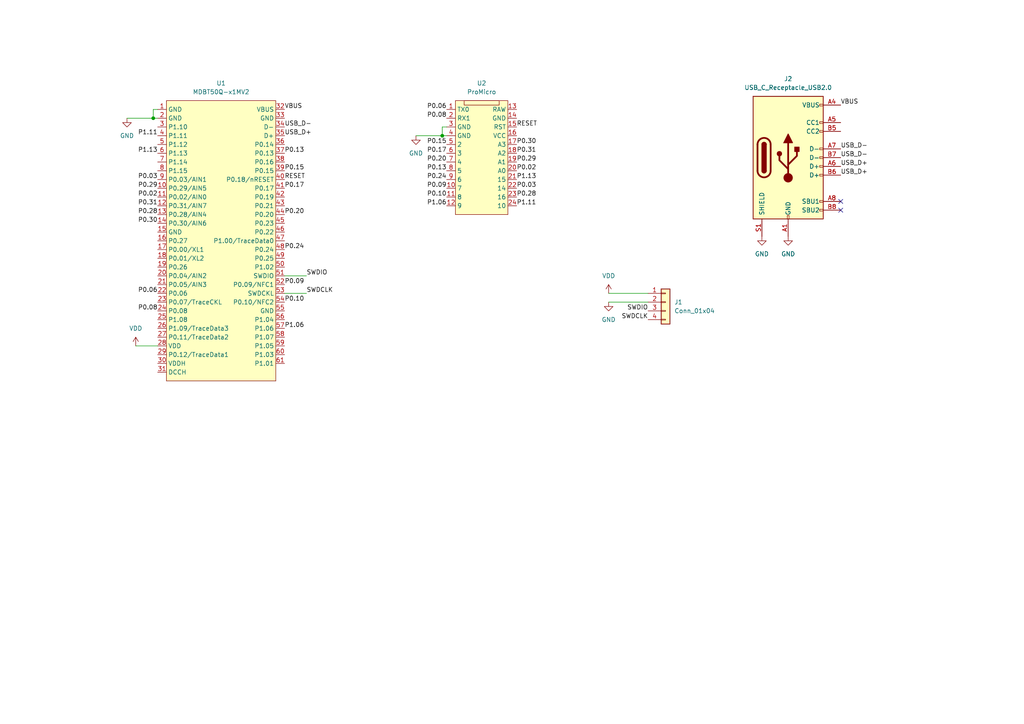
<source format=kicad_sch>
(kicad_sch (version 20211123) (generator eeschema)
  (paper "A4")
  (title_block (title "MDBTMicro2840") (date "2022-09-10") (rev "1.0") (comment 1 "For Raytac MDBT50Q-1MV2/P1MV2/U1MV2 (Nordic nRF52840 module)"))
  (lib_symbols
    (symbol "Connector:USB_C_Receptacle_USB2.0" (pin_names (offset 1.016))
      (property "Reference" "J" (at -10.16 19.05 0))
      (property "Value" "USB_C_Receptacle_USB2.0" (at 19.05 19.05 0))
      (symbol "USB_C_Receptacle_USB2.0_0_0"
        (rectangle (start -0.254 -17.78) (end 0.254 -16.764))
        (rectangle (start 10.16 -14.986) (end 9.144 -15.494))
        (rectangle (start 10.16 -12.446) (end 9.144 -12.954))
        (rectangle (start 10.16 -4.826) (end 9.144 -5.334))
        (rectangle (start 10.16 -2.286) (end 9.144 -2.794))
        (rectangle (start 10.16 0.254) (end 9.144 -0.254))
        (rectangle (start 10.16 2.794) (end 9.144 2.286))
        (rectangle (start 10.16 7.874) (end 9.144 7.366))
        (rectangle (start 10.16 10.414) (end 9.144 9.906))
        (rectangle (start 10.16 15.494) (end 9.144 14.986))
      )
      (symbol "USB_C_Receptacle_USB2.0_0_1"
        (rectangle (start -10.16 17.78) (end 10.16 -17.78) (stroke (width 0.254)) (fill (type background)))
        (arc (start -8.89 -3.81) (mid -6.985 -5.715) (end -5.08 -3.81) (stroke (width 0.508)))
        (arc (start -7.62 -3.81) (mid -6.985 -4.445) (end -6.35 -3.81) (stroke (width 0.254)))
        (arc (start -7.62 -3.81) (mid -6.985 -4.445) (end -6.35 -3.81) (stroke (width 0.254)) (fill (type outline)))
        (rectangle (start -7.62 -3.81) (end -6.35 3.81) (stroke (width 0.254)) (fill (type outline)))
        (arc (start -6.35 3.81) (mid -6.985 4.445) (end -7.62 3.81) (stroke (width 0.254)))
        (arc (start -6.35 3.81) (mid -6.985 4.445) (end -7.62 3.81) (stroke (width 0.254)) (fill (type outline)))
        (arc (start -5.08 3.81) (mid -6.985 5.715) (end -8.89 3.81) (stroke (width 0.508)))
        (circle (center -2.54 1.143) (radius 0.635) (stroke (width 0.254)) (fill (type outline)))
        (circle (center 0 -5.842) (radius 1.27) (fill (type outline)))
        (polyline (pts (xy -8.89 -3.81) (xy -8.89 3.81)) (stroke (width 0.508)))
        (polyline (pts (xy -5.08 3.81) (xy -5.08 -3.81)) (stroke (width 0.508)))
        (polyline (pts (xy 0 -5.842) (xy 0 4.318)) (stroke (width 0.508)))
        (polyline (pts (xy 0 -3.302) (xy -2.54 -0.762) (xy -2.54 0.508)) (stroke (width 0.508)))
        (polyline (pts (xy 0 -2.032) (xy 2.54 0.508) (xy 2.54 1.778)) (stroke (width 0.508)))
        (polyline (pts (xy -1.27 4.318) (xy 0 6.858) (xy 1.27 4.318) (xy -1.27 4.318)) (stroke (width 0.254)) (fill (type outline)))
        (rectangle (start 1.905 1.778) (end 3.175 3.048) (stroke (width 0.254)) (fill (type outline)))
      )
      (symbol "USB_C_Receptacle_USB2.0_1_1"
        (pin passive line (at 0 -22.86 90) (length 5.08) (name "GND") (number "A1"))
        (pin passive line (at 0 -22.86 90) (length 5.08) hide (name "GND") (number "A12"))
        (pin passive line (at 15.24 15.24 180) (length 5.08) (name "VBUS") (number "A4"))
        (pin bidirectional line (at 15.24 10.16 180) (length 5.08) (name "CC1") (number "A5"))
        (pin bidirectional line (at 15.24 -2.54 180) (length 5.08) (name "D+") (number "A6"))
        (pin bidirectional line (at 15.24 2.54 180) (length 5.08) (name "D-") (number "A7"))
        (pin bidirectional line (at 15.24 -12.7 180) (length 5.08) (name "SBU1") (number "A8"))
        (pin passive line (at 15.24 15.24 180) (length 5.08) hide (name "VBUS") (number "A9"))
        (pin passive line (at 0 -22.86 90) (length 5.08) hide (name "GND") (number "B1"))
        (pin passive line (at 0 -22.86 90) (length 5.08) hide (name "GND") (number "B12"))
        (pin passive line (at 15.24 15.24 180) (length 5.08) hide (name "VBUS") (number "B4"))
        (pin bidirectional line (at 15.24 7.62 180) (length 5.08) (name "CC2") (number "B5"))
        (pin bidirectional line (at 15.24 -5.08 180) (length 5.08) (name "D+") (number "B6"))
        (pin bidirectional line (at 15.24 0 180) (length 5.08) (name "D-") (number "B7"))
        (pin bidirectional line (at 15.24 -15.24 180) (length 5.08) (name "SBU2") (number "B8"))
        (pin passive line (at 15.24 15.24 180) (length 5.08) hide (name "VBUS") (number "B9"))
        (pin passive line (at -7.62 -22.86 90) (length 5.08) (name "SHIELD") (number "S1"))
      )
    )
    (symbol "Connector_Generic:Conn_01x04" (pin_names (offset 1.016) hide)
      (property "Reference" "J" (at 0 5.08 0))
      (property "Value" "Conn_01x04" (at 0 -7.62 0))
      (symbol "Conn_01x04_1_1"
        (rectangle (start -1.27 -4.953) (end 0 -5.207) (stroke (width 0.1524)))
        (rectangle (start -1.27 -2.413) (end 0 -2.667) (stroke (width 0.1524)))
        (rectangle (start -1.27 0.127) (end 0 -0.127) (stroke (width 0.1524)))
        (rectangle (start -1.27 2.667) (end 0 2.413) (stroke (width 0.1524)))
        (rectangle (start -1.27 3.81) (end 1.27 -6.35) (stroke (width 0.254)) (fill (type background)))
        (pin passive line (at -5.08 2.54 0) (length 3.81) (name "Pin_1") (number "1"))
        (pin passive line (at -5.08 0 0) (length 3.81) (name "Pin_2") (number "2"))
        (pin passive line (at -5.08 -2.54 0) (length 3.81) (name "Pin_3") (number "3"))
        (pin passive line (at -5.08 -5.08 0) (length 3.81) (name "Pin_4") (number "4"))
      )
    )
    (symbol "MDBTMicro_library:MDBT50Q-x1MV2"
      (property "Reference" "U" (at 0 -44.45 0))
      (property "Value" "MDBT50Q-x1MV2" (at 1.27 -41.91 0))
      (symbol "MDBT50Q-x1MV2_0_1"
        (rectangle (start -15.24 40.64) (end 16.51 -40.64) (fill (type background)))
      )
      (symbol "MDBT50Q-x1MV2_1_1"
        (pin input line (at -17.78 38.1 0) (length 2.54) (name "GND") (number "1"))
        (pin input line (at -17.78 15.24 0) (length 2.54) (name "P0.29/AIN5") (number "10"))
        (pin input line (at -17.78 12.7 0) (length 2.54) (name "P0.02/AIN0") (number "11"))
        (pin input line (at -17.78 10.16 0) (length 2.54) (name "P0.31/AIN7") (number "12"))
        (pin input line (at -17.78 7.62 0) (length 2.54) (name "P0.28/AIN4") (number "13"))
        (pin input line (at -17.78 5.08 0) (length 2.54) (name "P0.30/AIN6") (number "14"))
        (pin input line (at -17.78 2.54 0) (length 2.54) (name "GND") (number "15"))
        (pin input line (at -17.78 0 0) (length 2.54) (name "P0.27") (number "16"))
        (pin input line (at -17.78 -2.54 0) (length 2.54) (name "P0.00/XL1") (number "17"))
        (pin input line (at -17.78 -5.08 0) (length 2.54) (name "P0.01/XL2") (number "18"))
        (pin input line (at -17.78 -7.62 0) (length 2.54) (name "P0.26") (number "19"))
        (pin input line (at -17.78 35.56 0) (length 2.54) (name "GND") (number "2"))
        (pin input line (at -17.78 -10.16 0) (length 2.54) (name "P0.04/AIN2") (number "20"))
        (pin input line (at -17.78 -12.7 0) (length 2.54) (name "P0.05/AIN3") (number "21"))
        (pin input line (at -17.78 -15.24 0) (length 2.54) (name "P0.06") (number "22"))
        (pin input line (at -17.78 -17.78 0) (length 2.54) (name "P0.07/TraceCKL") (number "23"))
        (pin input line (at -17.78 -20.32 0) (length 2.54) (name "P0.08") (number "24"))
        (pin input line (at -17.78 -22.86 0) (length 2.54) (name "P1.08") (number "25"))
        (pin input line (at -17.78 -25.4 0) (length 2.54) (name "P1.09/TraceData3") (number "26"))
        (pin input line (at -17.78 -27.94 0) (length 2.54) (name "P0.11/TraceData2") (number "27"))
        (pin input line (at -17.78 -30.48 0) (length 2.54) (name "VDD") (number "28"))
        (pin input line (at -17.78 -33.02 0) (length 2.54) (name "P0.12/TraceData1") (number "29"))
        (pin input line (at -17.78 33.02 0) (length 2.54) (name "P1.10") (number "3"))
        (pin input line (at -17.78 -35.56 0) (length 2.54) (name "VDDH") (number "30"))
        (pin input line (at -17.78 -38.1 0) (length 2.54) (name "DCCH") (number "31"))
        (pin input line (at 19.05 38.1 180) (length 2.54) (name "VBUS") (number "32"))
        (pin input line (at 19.05 35.56 180) (length 2.54) (name "GND") (number "33"))
        (pin input line (at 19.05 33.02 180) (length 2.54) (name "D-") (number "34"))
        (pin input line (at 19.05 30.48 180) (length 2.54) (name "D+") (number "35"))
        (pin input line (at 19.05 27.94 180) (length 2.54) (name "P0.14") (number "36"))
        (pin input line (at 19.05 25.4 180) (length 2.54) (name "P0.13") (number "37"))
        (pin input line (at 19.05 22.86 180) (length 2.54) (name "P0.16") (number "38"))
        (pin input line (at 19.05 20.32 180) (length 2.54) (name "P0.15") (number "39"))
        (pin input line (at -17.78 30.48 0) (length 2.54) (name "P1.11") (number "4"))
        (pin input line (at 19.05 17.78 180) (length 2.54) (name "P0.18/nRESET") (number "40"))
        (pin input line (at 19.05 15.24 180) (length 2.54) (name "P0.17") (number "41"))
        (pin input line (at 19.05 12.7 180) (length 2.54) (name "P0.19") (number "42"))
        (pin input line (at 19.05 10.16 180) (length 2.54) (name "P0.21") (number "43"))
        (pin input line (at 19.05 7.62 180) (length 2.54) (name "P0.20") (number "44"))
        (pin input line (at 19.05 5.08 180) (length 2.54) (name "P0.23") (number "45"))
        (pin input line (at 19.05 2.54 180) (length 2.54) (name "P0.22") (number "46"))
        (pin input line (at 19.05 0 180) (length 2.54) (name "P1.00/TraceData0") (number "47"))
        (pin input line (at 19.05 -2.54 180) (length 2.54) (name "P0.24") (number "48"))
        (pin input line (at 19.05 -5.08 180) (length 2.54) (name "P0.25") (number "49"))
        (pin input line (at -17.78 27.94 0) (length 2.54) (name "P1.12") (number "5"))
        (pin input line (at 19.05 -7.62 180) (length 2.54) (name "P1.02") (number "50"))
        (pin input line (at 19.05 -10.16 180) (length 2.54) (name "SWDIO") (number "51"))
        (pin input line (at 19.05 -12.7 180) (length 2.54) (name "P0.09/NFC1") (number "52"))
        (pin input line (at 19.05 -15.24 180) (length 2.54) (name "SWDCKL") (number "53"))
        (pin input line (at 19.05 -17.78 180) (length 2.54) (name "P0.10/NFC2") (number "54"))
        (pin input line (at 19.05 -20.32 180) (length 2.54) (name "GND") (number "55"))
        (pin input line (at 19.05 -22.86 180) (length 2.54) (name "P1.04") (number "56"))
        (pin input line (at 19.05 -25.4 180) (length 2.54) (name "P1.06") (number "57"))
        (pin input line (at 19.05 -27.94 180) (length 2.54) (name "P1.07") (number "58"))
        (pin input line (at 19.05 -30.48 180) (length 2.54) (name "P1.05") (number "59"))
        (pin input line (at -17.78 25.4 0) (length 2.54) (name "P1.13") (number "6"))
        (pin input line (at 19.05 -33.02 180) (length 2.54) (name "P1.03") (number "60"))
        (pin input line (at 19.05 -35.56 180) (length 2.54) (name "P1.01") (number "61"))
        (pin input line (at -17.78 22.86 0) (length 2.54) (name "P1.14") (number "7"))
        (pin input line (at -17.78 20.32 0) (length 2.54) (name "P1.15") (number "8"))
        (pin input line (at -17.78 17.78 0) (length 2.54) (name "P0.03/AIN1") (number "9"))
      )
    )
    (symbol "MDBTMicro_library:ProMicro"
      (property "Reference" "U?" (at 0 21.59 0))
      (property "Value" "ProMicro" (at 0 19.05 0))
      (symbol "ProMicro_0_1"
        (rectangle (start -7.62 16.51) (end 7.62 -16.51) (fill (type background)))
        (rectangle (start -5.08 16.51) (end 5.08 15.24))
      )
      (symbol "ProMicro_1_1"
        (pin input line (at -10.16 13.97 0) (length 2.54) (name "TX0") (number "1"))
        (pin input line (at -10.16 -8.89 0) (length 2.54) (name "7") (number "10"))
        (pin input line (at -10.16 -11.43 0) (length 2.54) (name "8") (number "11"))
        (pin input line (at -10.16 -13.97 0) (length 2.54) (name "9") (number "12"))
        (pin input line (at 10.16 13.97 180) (length 2.54) (name "RAW") (number "13"))
        (pin input line (at 10.16 11.43 180) (length 2.54) (name "GND") (number "14"))
        (pin input line (at 10.16 8.89 180) (length 2.54) (name "RST") (number "15"))
        (pin input line (at 10.16 6.35 180) (length 2.54) (name "VCC") (number "16"))
        (pin input line (at 10.16 3.81 180) (length 2.54) (name "A3") (number "17"))
        (pin input line (at 10.16 1.27 180) (length 2.54) (name "A2") (number "18"))
        (pin input line (at 10.16 -1.27 180) (length 2.54) (name "A1") (number "19"))
        (pin input line (at -10.16 11.43 0) (length 2.54) (name "RX1") (number "2"))
        (pin input line (at 10.16 -3.81 180) (length 2.54) (name "A0") (number "20"))
        (pin input line (at 10.16 -6.35 180) (length 2.54) (name "15") (number "21"))
        (pin input line (at 10.16 -8.89 180) (length 2.54) (name "14") (number "22"))
        (pin input line (at 10.16 -11.43 180) (length 2.54) (name "16") (number "23"))
        (pin input line (at 10.16 -13.97 180) (length 2.54) (name "10") (number "24"))
        (pin input line (at -10.16 8.89 0) (length 2.54) (name "GND") (number "3"))
        (pin input line (at -10.16 6.35 0) (length 2.54) (name "GND") (number "4"))
        (pin input line (at -10.16 3.81 0) (length 2.54) (name "2") (number "5"))
        (pin input line (at -10.16 1.27 0) (length 2.54) (name "3") (number "6"))
        (pin input line (at -10.16 -1.27 0) (length 2.54) (name "4") (number "7"))
        (pin input line (at -10.16 -3.81 0) (length 2.54) (name "5") (number "8"))
        (pin input line (at -10.16 -6.35 0) (length 2.54) (name "6") (number "9"))
      )
    )
    (symbol "power:GND" (power) (pin_names (offset 0))
      (property "Value" "GND" (at 0 -3.81 0))
      (symbol "GND_0_1"
        (polyline (pts (xy 0 0) (xy 0 -1.27) (xy 1.27 -1.27) (xy 0 -2.54) (xy -1.27 -1.27) (xy 0 -1.27)))
      )
      (symbol "GND_1_1"
        (pin power_in line (at 0 0 270) (length 0) hide (name "GND") (number "1"))
      )
    )
    (symbol "power:VDD" (power) (pin_names (offset 0))
      (property "Value" "VDD" (at 0 3.81 0))
      (symbol "VDD_0_1"
        (polyline (pts (xy -0.762 1.27) (xy 0 2.54)))
        (polyline (pts (xy 0 0) (xy 0 2.54)))
        (polyline (pts (xy 0 2.54) (xy 0.762 1.27)))
      )
      (symbol "VDD_1_1"
        (pin power_in line (at 0 0 90) (length 0) hide (name "VDD") (number "1"))
      )
    )
  )
  (junction (at 44.45 34.29))
  (junction (at 128.27 39.37))
  (no_connect (at 243.84 58.42))
  (no_connect (at 243.84 60.96))
  (wire (pts (xy 176.53 87.63) (xy 187.96 87.63)))
  (wire (pts (xy 39.37 100.33) (xy 45.72 100.33)))
  (wire (pts (xy 128.27 39.37) (xy 129.54 39.37)))
  (wire (pts (xy 36.83 34.29) (xy 44.45 34.29)))
  (wire (pts (xy 88.9 80.01) (xy 82.55 80.01)))
  (wire (pts (xy 120.65 39.37) (xy 128.27 39.37)))
  (wire (pts (xy 128.27 36.83) (xy 128.27 39.37)))
  (wire (pts (xy 44.45 31.75) (xy 45.72 31.75)))
  (wire (pts (xy 44.45 31.75) (xy 44.45 34.29)))
  (wire (pts (xy 176.53 85.09) (xy 187.96 85.09)))
  (wire (pts (xy 128.27 36.83) (xy 129.54 36.83)))
  (wire (pts (xy 44.45 34.29) (xy 45.72 34.29)))
  (wire (pts (xy 88.9 85.09) (xy 82.55 85.09)))
  (label "RESET" (at 149.86 36.83 0))
  (label "P0.15" (at 129.54 41.91 180))
  (label "USB_D+" (at 82.55 39.37 0))
  (label "P0.13" (at 82.55 44.45 0))
  (label "P0.17" (at 129.54 44.45 180))
  (label "P0.06" (at 129.54 31.75 180))
  (label "SWDCLK" (at 187.96 92.71 180))
  (label "P0.06" (at 45.72 85.09 180))
  (label "P0.08" (at 45.72 90.17 180))
  (label "P0.24" (at 82.55 72.39 0))
  (label "P0.30" (at 149.86 41.91 0))
  (label "VBUS" (at 82.55 31.75 0))
  (label "P1.11" (at 149.86 59.69 0))
  (label "USB_D+" (at 243.84 48.26 0))
  (label "P0.24" (at 129.54 52.07 180))
  (label "P0.09" (at 129.54 54.61 180))
  (label "P1.13" (at 149.86 52.07 0))
  (label "P0.02" (at 149.86 49.53 0))
  (label "USB_D-" (at 82.55 36.83 0))
  (label "RESET" (at 82.55 52.07 0))
  (label "P0.13" (at 129.54 49.53 180))
  (label "P1.13" (at 45.72 44.45 180))
  (label "P0.03" (at 45.72 52.07 180))
  (label "P0.31" (at 149.86 44.45 0))
  (label "P0.20" (at 82.55 62.23 0))
  (label "P0.08" (at 129.54 34.29 180))
  (label "P0.03" (at 149.86 54.61 0))
  (label "P1.06" (at 129.54 59.69 180))
  (label "SWDIO" (at 88.9 80.01 0))
  (label "P1.11" (at 45.72 39.37 180))
  (label "USB_D-" (at 243.84 43.18 0))
  (label "P0.28" (at 149.86 57.15 0))
  (label "P0.10" (at 82.55 87.63 0))
  (label "VBUS" (at 243.84 30.48 0))
  (label "P0.31" (at 45.72 59.69 180))
  (label "P0.17" (at 82.55 54.61 0))
  (label "P0.15" (at 82.55 49.53 0))
  (label "SWDIO" (at 187.96 90.17 180))
  (label "P1.06" (at 82.55 95.25 0))
  (label "P0.29" (at 149.86 46.99 0))
  (label "USB_D-" (at 243.84 45.72 0))
  (label "P0.02" (at 45.72 57.15 180))
  (label "P0.29" (at 45.72 54.61 180))
  (label "P0.30" (at 45.72 64.77 180))
  (label "P0.10" (at 129.54 57.15 180))
  (label "SWDCLK" (at 88.9 85.09 0))
  (label "P0.09" (at 82.55 82.55 0))
  (label "USB_D+" (at 243.84 50.8 0))
  (label "P0.28" (at 45.72 62.23 180))
  (label "P0.20" (at 129.54 46.99 180))
  (symbol (lib_id "MDBTMicro_library:ProMicro") (at 139.7 45.72 0) (unit 1)
    (property "Reference" "U2" (at 139.7 24.13 0))
    (property "Value" "ProMicro" (at 139.7 26.67 0))
    (property "Footprint" "MDBTMicro_library:ProMicro" (effects hide))
  )
  (symbol (lib_id "power:GND") (at 36.83 34.29 0) (unit 1)
    (property "Reference" "#PWR0101" (effects hide))
    (property "Value" "GND" (at 36.83 39.37 0))
  )
  (symbol (lib_id "Connector:USB_C_Receptacle_USB2.0") (at 228.6 45.72 0) (unit 1)
    (property "Reference" "J2" (at 228.6 22.86 0))
    (property "Value" "USB_C_Receptacle_USB2.0" (at 228.6 25.4 0))
    (property "Footprint" "Connector_USB:USB_C_Receptacle_Palconn_UTC16-G" (effects hide))
    (property "Datasheet" "https://www.usb.org/sites/default/files/documents/usb_type-c.zip" (effects hide))
  )
  (symbol (lib_id "power:VDD") (at 39.37 100.33 0) (unit 1)
    (property "Reference" "#PWR0102" (effects hide))
    (property "Value" "VDD" (at 39.37 95.25 0))
  )
  (symbol (lib_id "Connector_Generic:Conn_01x04") (at 193.04 87.63 0) (unit 1)
    (property "Reference" "J1" (at 195.58 87.6299 0) (effects (justify left)))
    (property "Value" "Conn_01x04" (at 195.58 90.1699 0) (effects (justify left)))
    (property "Footprint" "Connector_PinHeader_2.54mm:PinHeader_1x04_P2.54mm_Vertical" (effects hide))
  )
  (symbol (lib_id "power:GND") (at 220.98 68.58 0) (unit 1)
    (property "Reference" "#PWR0107" (effects hide))
    (property "Value" "GND" (at 220.98 73.66 0))
  )
  (symbol (lib_id "power:GND") (at 228.6 68.58 0) (unit 1)
    (property "Reference" "#PWR0106" (effects hide))
    (property "Value" "GND" (at 228.6 73.66 0))
  )
  (symbol (lib_id "MDBTMicro_library:MDBT50Q-x1MV2") (at 63.5 69.85 0) (unit 1)
    (property "Reference" "U1" (at 64.135 24.13 0))
    (property "Value" "MDBT50Q-x1MV2" (at 64.135 26.67 0))
    (property "Footprint" "MDBTMicro_library:MDBT50Q" (effects hide))
  )
  (symbol (lib_id "power:GND") (at 120.65 39.37 0) (unit 1)
    (property "Reference" "#PWR0103" (effects hide))
    (property "Value" "GND" (at 120.65 44.45 0))
  )
  (symbol (lib_id "power:VDD") (at 176.53 85.09 0) (unit 1)
    (property "Reference" "#PWR0105" (effects hide))
    (property "Value" "VDD" (at 176.53 80.01 0))
  )
  (symbol (lib_id "power:GND") (at 176.53 87.63 0) (unit 1)
    (property "Reference" "#PWR0104" (effects hide))
    (property "Value" "GND" (at 176.53 92.71 0))
  )
)
</source>
